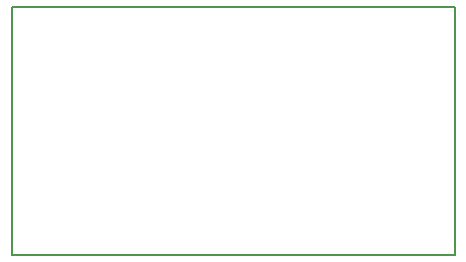
<source format=gbr>
G04 #@! TF.GenerationSoftware,KiCad,Pcbnew,5.0.2+dfsg1-1*
G04 #@! TF.CreationDate,2020-08-26T18:16:29+10:00*
G04 #@! TF.ProjectId,board_k,626f6172-645f-46b2-9e6b-696361645f70,rev?*
G04 #@! TF.SameCoordinates,Original*
G04 #@! TF.FileFunction,Profile,NP*
%FSLAX46Y46*%
G04 Gerber Fmt 4.6, Leading zero omitted, Abs format (unit mm)*
G04 Created by KiCad (PCBNEW 5.0.2+dfsg1-1) date Wed Aug 26 18:16:29 2020*
%MOMM*%
%LPD*%
G01*
G04 APERTURE LIST*
%ADD10C,0.150000*%
G04 APERTURE END LIST*
D10*
X124460000Y-83820000D02*
X161925000Y-83820000D01*
X124460000Y-104775000D02*
X124460000Y-83820000D01*
X161925000Y-104775000D02*
X124460000Y-104775000D01*
X161925000Y-83820000D02*
X161925000Y-104775000D01*
M02*

</source>
